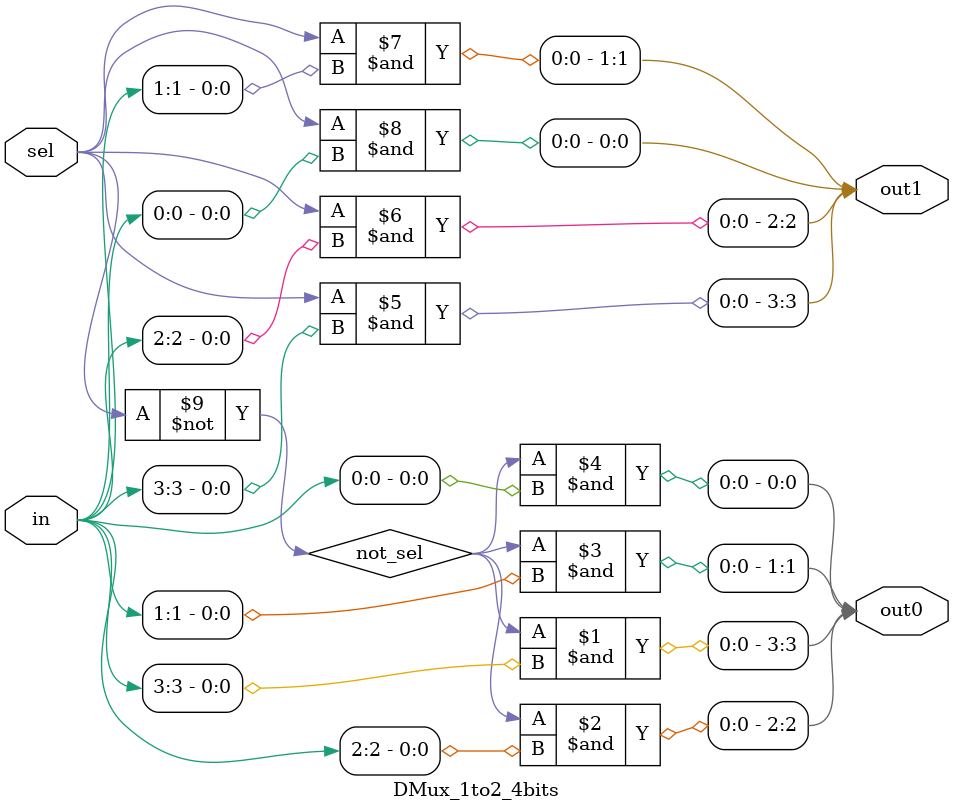
<source format=v>
`timescale 1ns/1ps

module Crossbar_4x4_4bit(in1, in2, in3, in4, out1, out2, out3, out4, control);
    input [4-1:0] in1, in2, in3, in4;
    input [5-1:0] control;
    output [4-1:0] out1, out2, out3, out4;

    wire [3:0] CB0_CB1, CB0_CB2, CB2_CB1, CB3_CB2, CB2_CB4, CB3_CB4;

    Crossbar_2x2_4bit CB0(
        .in1(in1),
        .in2(in2),
        .control(control[0]),
        .out1(CB0_CB1),
        .out2(CB0_CB2)
    );
    Crossbar_2x2_4bit CB1(
        .in1(CB0_CB1),
        .in2(CB2_CB1),
        .control(control[1]),
        .out1(out1),
        .out2(out2)
    );
    Crossbar_2x2_4bit CB2(
        .in1(CB0_CB2),
        .in2(CB3_CB2),
        .control(control[2]),
        .out1(CB2_CB1),
        .out2(CB2_CB4)
    );
    Crossbar_2x2_4bit CB3(
        .in1(in3),
        .in2(in4),
        .control(control[3]),
        .out1(CB3_CB2),
        .out2(CB3_CB4)
    );
    Crossbar_2x2_4bit CB4(
        .in1(CB2_CB4),
        .in2(CB3_CB4),
        .control(control[4]),
        .out1(out3),
        .out2(out4)
    );

endmodule

module Crossbar_2x2_4bit(in1, in2, control, out1, out2);
    input [4-1:0] in1, in2;
    input control;
    output [4-1:0] out1, out2;

    wire not_control;
    wire [3:0] in1_out1, in1_out2, in2_out1, in2_out2;

    not(not_control, control);

    DMux_1to2_4bits DMux1(in1, control, in1_out1, in1_out2);
    DMux_1to2_4bits DMux2(in2, not_control, in2_out1, in2_out2);
    Mux_2to1_4bits Mux1(in1_out1, in2_out1, control, out1);
    Mux_2to1_4bits Mux2(in1_out2, in2_out2, not_control, out2);

endmodule

module Mux_2to1_4bits(in0, in1, sel, out);
    input [3:0] in0, in1;
    input sel;
    output [3:0] out;
    wire not_sel;
    wire [3:0] tmp1, tmp2;

    not(not_sel, sel);
    
    and(tmp1[3], in0[3], not_sel);
    and(tmp1[2], in0[2], not_sel);
    and(tmp1[1], in0[1], not_sel);
    and(tmp1[0], in0[0], not_sel);
    
    and(tmp2[3], in1[3], sel);
    and(tmp2[2], in1[2], sel);
    and(tmp2[1], in1[1], sel);
    and(tmp2[0], in1[0], sel);
    
    or(out[3], tmp1[3], tmp2[3]);
    or(out[2], tmp1[2], tmp2[2]);
    or(out[1], tmp1[1], tmp2[1]);
    or(out[0], tmp1[0], tmp2[0]);
endmodule

module DMux_1to2_4bits(in, sel, out0, out1);
    input [3:0] in;
    input sel;
    output [3:0] out0, out1;
    wire not_sel;

    not(not_sel, sel);
    and(out0[3], not_sel, in[3]);
    and(out0[2], not_sel, in[2]);
    and(out0[1], not_sel, in[1]);
    and(out0[0], not_sel, in[0]);
    
    and(out1[3], sel, in[3]);
    and(out1[2], sel, in[2]);
    and(out1[1], sel, in[1]);
    and(out1[0], sel, in[0]);

endmodule
</source>
